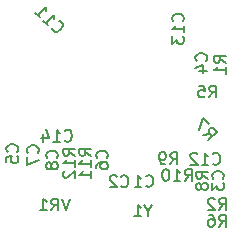
<source format=gbr>
G04 #@! TF.GenerationSoftware,KiCad,Pcbnew,5.1.4-e60b266~84~ubuntu18.04.1*
G04 #@! TF.CreationDate,2019-10-31T20:09:33+08:00*
G04 #@! TF.ProjectId,dap-stm32f103,6461702d-7374-46d3-9332-663130332e6b,rev?*
G04 #@! TF.SameCoordinates,Original*
G04 #@! TF.FileFunction,Legend,Bot*
G04 #@! TF.FilePolarity,Positive*
%FSLAX46Y46*%
G04 Gerber Fmt 4.6, Leading zero omitted, Abs format (unit mm)*
G04 Created by KiCad (PCBNEW 5.1.4-e60b266~84~ubuntu18.04.1) date 2019-10-31 20:09:33*
%MOMM*%
%LPD*%
G04 APERTURE LIST*
%ADD10C,0.150000*%
G04 APERTURE END LIST*
D10*
X122756380Y-87875142D02*
X122280190Y-87541809D01*
X122756380Y-87303714D02*
X121756380Y-87303714D01*
X121756380Y-87684666D01*
X121804000Y-87779904D01*
X121851619Y-87827523D01*
X121946857Y-87875142D01*
X122089714Y-87875142D01*
X122184952Y-87827523D01*
X122232571Y-87779904D01*
X122280190Y-87684666D01*
X122280190Y-87303714D01*
X122756380Y-88827523D02*
X122756380Y-88256095D01*
X122756380Y-88541809D02*
X121756380Y-88541809D01*
X121899238Y-88446571D01*
X121994476Y-88351333D01*
X122042095Y-88256095D01*
X122756380Y-89779904D02*
X122756380Y-89208476D01*
X122756380Y-89494190D02*
X121756380Y-89494190D01*
X121899238Y-89398952D01*
X121994476Y-89303714D01*
X122042095Y-89208476D01*
X133590666Y-92460380D02*
X133924000Y-91984190D01*
X134162095Y-92460380D02*
X134162095Y-91460380D01*
X133781142Y-91460380D01*
X133685904Y-91508000D01*
X133638285Y-91555619D01*
X133590666Y-91650857D01*
X133590666Y-91793714D01*
X133638285Y-91888952D01*
X133685904Y-91936571D01*
X133781142Y-91984190D01*
X134162095Y-91984190D01*
X133209714Y-91555619D02*
X133162095Y-91508000D01*
X133066857Y-91460380D01*
X132828761Y-91460380D01*
X132733523Y-91508000D01*
X132685904Y-91555619D01*
X132638285Y-91650857D01*
X132638285Y-91746095D01*
X132685904Y-91888952D01*
X133257333Y-92460380D01*
X132638285Y-92460380D01*
X127600190Y-92544190D02*
X127600190Y-93020380D01*
X127933523Y-92020380D02*
X127600190Y-92544190D01*
X127266857Y-92020380D01*
X126409714Y-93020380D02*
X126981142Y-93020380D01*
X126695428Y-93020380D02*
X126695428Y-92020380D01*
X126790666Y-92163238D01*
X126885904Y-92258476D01*
X126981142Y-92306095D01*
X120953523Y-91510380D02*
X120620190Y-92510380D01*
X120286857Y-91510380D01*
X119382095Y-92510380D02*
X119715428Y-92034190D01*
X119953523Y-92510380D02*
X119953523Y-91510380D01*
X119572571Y-91510380D01*
X119477333Y-91558000D01*
X119429714Y-91605619D01*
X119382095Y-91700857D01*
X119382095Y-91843714D01*
X119429714Y-91938952D01*
X119477333Y-91986571D01*
X119572571Y-92034190D01*
X119953523Y-92034190D01*
X118429714Y-92510380D02*
X119001142Y-92510380D01*
X118715428Y-92510380D02*
X118715428Y-91510380D01*
X118810666Y-91653238D01*
X118905904Y-91748476D01*
X119001142Y-91796095D01*
X121386380Y-87865142D02*
X120910190Y-87531809D01*
X121386380Y-87293714D02*
X120386380Y-87293714D01*
X120386380Y-87674666D01*
X120434000Y-87769904D01*
X120481619Y-87817523D01*
X120576857Y-87865142D01*
X120719714Y-87865142D01*
X120814952Y-87817523D01*
X120862571Y-87769904D01*
X120910190Y-87674666D01*
X120910190Y-87293714D01*
X121386380Y-88817523D02*
X121386380Y-88246095D01*
X121386380Y-88531809D02*
X120386380Y-88531809D01*
X120529238Y-88436571D01*
X120624476Y-88341333D01*
X120672095Y-88246095D01*
X120481619Y-89198476D02*
X120434000Y-89246095D01*
X120386380Y-89341333D01*
X120386380Y-89579428D01*
X120434000Y-89674666D01*
X120481619Y-89722285D01*
X120576857Y-89769904D01*
X120672095Y-89769904D01*
X120814952Y-89722285D01*
X121386380Y-89150857D01*
X121386380Y-89769904D01*
X130696857Y-90020380D02*
X131030190Y-89544190D01*
X131268285Y-90020380D02*
X131268285Y-89020380D01*
X130887333Y-89020380D01*
X130792095Y-89068000D01*
X130744476Y-89115619D01*
X130696857Y-89210857D01*
X130696857Y-89353714D01*
X130744476Y-89448952D01*
X130792095Y-89496571D01*
X130887333Y-89544190D01*
X131268285Y-89544190D01*
X129744476Y-90020380D02*
X130315904Y-90020380D01*
X130030190Y-90020380D02*
X130030190Y-89020380D01*
X130125428Y-89163238D01*
X130220666Y-89258476D01*
X130315904Y-89306095D01*
X129125428Y-89020380D02*
X129030190Y-89020380D01*
X128934952Y-89068000D01*
X128887333Y-89115619D01*
X128839714Y-89210857D01*
X128792095Y-89401333D01*
X128792095Y-89639428D01*
X128839714Y-89829904D01*
X128887333Y-89925142D01*
X128934952Y-89972761D01*
X129030190Y-90020380D01*
X129125428Y-90020380D01*
X129220666Y-89972761D01*
X129268285Y-89925142D01*
X129315904Y-89829904D01*
X129363523Y-89639428D01*
X129363523Y-89401333D01*
X129315904Y-89210857D01*
X129268285Y-89115619D01*
X129220666Y-89068000D01*
X129125428Y-89020380D01*
X129470666Y-88600380D02*
X129804000Y-88124190D01*
X130042095Y-88600380D02*
X130042095Y-87600380D01*
X129661142Y-87600380D01*
X129565904Y-87648000D01*
X129518285Y-87695619D01*
X129470666Y-87790857D01*
X129470666Y-87933714D01*
X129518285Y-88028952D01*
X129565904Y-88076571D01*
X129661142Y-88124190D01*
X130042095Y-88124190D01*
X128994476Y-88600380D02*
X128804000Y-88600380D01*
X128708761Y-88552761D01*
X128661142Y-88505142D01*
X128565904Y-88362285D01*
X128518285Y-88171809D01*
X128518285Y-87790857D01*
X128565904Y-87695619D01*
X128613523Y-87648000D01*
X128708761Y-87600380D01*
X128899238Y-87600380D01*
X128994476Y-87648000D01*
X129042095Y-87695619D01*
X129089714Y-87790857D01*
X129089714Y-88028952D01*
X129042095Y-88124190D01*
X128994476Y-88171809D01*
X128899238Y-88219428D01*
X128708761Y-88219428D01*
X128613523Y-88171809D01*
X128565904Y-88124190D01*
X128518285Y-88028952D01*
X132656380Y-89811333D02*
X132180190Y-89478000D01*
X132656380Y-89239904D02*
X131656380Y-89239904D01*
X131656380Y-89620857D01*
X131704000Y-89716095D01*
X131751619Y-89763714D01*
X131846857Y-89811333D01*
X131989714Y-89811333D01*
X132084952Y-89763714D01*
X132132571Y-89716095D01*
X132180190Y-89620857D01*
X132180190Y-89239904D01*
X132084952Y-90382761D02*
X132037333Y-90287523D01*
X131989714Y-90239904D01*
X131894476Y-90192285D01*
X131846857Y-90192285D01*
X131751619Y-90239904D01*
X131704000Y-90287523D01*
X131656380Y-90382761D01*
X131656380Y-90573238D01*
X131704000Y-90668476D01*
X131751619Y-90716095D01*
X131846857Y-90763714D01*
X131894476Y-90763714D01*
X131989714Y-90716095D01*
X132037333Y-90668476D01*
X132084952Y-90573238D01*
X132084952Y-90382761D01*
X132132571Y-90287523D01*
X132180190Y-90239904D01*
X132275428Y-90192285D01*
X132465904Y-90192285D01*
X132561142Y-90239904D01*
X132608761Y-90287523D01*
X132656380Y-90382761D01*
X132656380Y-90573238D01*
X132608761Y-90668476D01*
X132561142Y-90716095D01*
X132465904Y-90763714D01*
X132275428Y-90763714D01*
X132180190Y-90716095D01*
X132132571Y-90668476D01*
X132084952Y-90573238D01*
X132261969Y-86135732D02*
X132834389Y-86034717D01*
X132666030Y-86539793D02*
X133373137Y-85832687D01*
X133103763Y-85563312D01*
X133002748Y-85529641D01*
X132935404Y-85529641D01*
X132834389Y-85563312D01*
X132733374Y-85664328D01*
X132699702Y-85765343D01*
X132699702Y-85832687D01*
X132733374Y-85933702D01*
X133002748Y-86203076D01*
X132733374Y-85192923D02*
X132261969Y-84721519D01*
X131857908Y-85731671D01*
X133590666Y-93880380D02*
X133924000Y-93404190D01*
X134162095Y-93880380D02*
X134162095Y-92880380D01*
X133781142Y-92880380D01*
X133685904Y-92928000D01*
X133638285Y-92975619D01*
X133590666Y-93070857D01*
X133590666Y-93213714D01*
X133638285Y-93308952D01*
X133685904Y-93356571D01*
X133781142Y-93404190D01*
X134162095Y-93404190D01*
X132733523Y-92880380D02*
X132924000Y-92880380D01*
X133019238Y-92928000D01*
X133066857Y-92975619D01*
X133162095Y-93118476D01*
X133209714Y-93308952D01*
X133209714Y-93689904D01*
X133162095Y-93785142D01*
X133114476Y-93832761D01*
X133019238Y-93880380D01*
X132828761Y-93880380D01*
X132733523Y-93832761D01*
X132685904Y-93785142D01*
X132638285Y-93689904D01*
X132638285Y-93451809D01*
X132685904Y-93356571D01*
X132733523Y-93308952D01*
X132828761Y-93261333D01*
X133019238Y-93261333D01*
X133114476Y-93308952D01*
X133162095Y-93356571D01*
X133209714Y-93451809D01*
X132760666Y-82940380D02*
X133094000Y-82464190D01*
X133332095Y-82940380D02*
X133332095Y-81940380D01*
X132951142Y-81940380D01*
X132855904Y-81988000D01*
X132808285Y-82035619D01*
X132760666Y-82130857D01*
X132760666Y-82273714D01*
X132808285Y-82368952D01*
X132855904Y-82416571D01*
X132951142Y-82464190D01*
X133332095Y-82464190D01*
X131855904Y-81940380D02*
X132332095Y-81940380D01*
X132379714Y-82416571D01*
X132332095Y-82368952D01*
X132236857Y-82321333D01*
X131998761Y-82321333D01*
X131903523Y-82368952D01*
X131855904Y-82416571D01*
X131808285Y-82511809D01*
X131808285Y-82749904D01*
X131855904Y-82845142D01*
X131903523Y-82892761D01*
X131998761Y-82940380D01*
X132236857Y-82940380D01*
X132332095Y-82892761D01*
X132379714Y-82845142D01*
X134136380Y-79991333D02*
X133660190Y-79658000D01*
X134136380Y-79419904D02*
X133136380Y-79419904D01*
X133136380Y-79800857D01*
X133184000Y-79896095D01*
X133231619Y-79943714D01*
X133326857Y-79991333D01*
X133469714Y-79991333D01*
X133564952Y-79943714D01*
X133612571Y-79896095D01*
X133660190Y-79800857D01*
X133660190Y-79419904D01*
X134136380Y-80943714D02*
X134136380Y-80372285D01*
X134136380Y-80658000D02*
X133136380Y-80658000D01*
X133279238Y-80562761D01*
X133374476Y-80467523D01*
X133422095Y-80372285D01*
X120506857Y-86585142D02*
X120554476Y-86632761D01*
X120697333Y-86680380D01*
X120792571Y-86680380D01*
X120935428Y-86632761D01*
X121030666Y-86537523D01*
X121078285Y-86442285D01*
X121125904Y-86251809D01*
X121125904Y-86108952D01*
X121078285Y-85918476D01*
X121030666Y-85823238D01*
X120935428Y-85728000D01*
X120792571Y-85680380D01*
X120697333Y-85680380D01*
X120554476Y-85728000D01*
X120506857Y-85775619D01*
X119554476Y-86680380D02*
X120125904Y-86680380D01*
X119840190Y-86680380D02*
X119840190Y-85680380D01*
X119935428Y-85823238D01*
X120030666Y-85918476D01*
X120125904Y-85966095D01*
X118697333Y-86013714D02*
X118697333Y-86680380D01*
X118935428Y-85632761D02*
X119173523Y-86347047D01*
X118554476Y-86347047D01*
X130521142Y-76495142D02*
X130568761Y-76447523D01*
X130616380Y-76304666D01*
X130616380Y-76209428D01*
X130568761Y-76066571D01*
X130473523Y-75971333D01*
X130378285Y-75923714D01*
X130187809Y-75876095D01*
X130044952Y-75876095D01*
X129854476Y-75923714D01*
X129759238Y-75971333D01*
X129664000Y-76066571D01*
X129616380Y-76209428D01*
X129616380Y-76304666D01*
X129664000Y-76447523D01*
X129711619Y-76495142D01*
X130616380Y-77447523D02*
X130616380Y-76876095D01*
X130616380Y-77161809D02*
X129616380Y-77161809D01*
X129759238Y-77066571D01*
X129854476Y-76971333D01*
X129902095Y-76876095D01*
X129616380Y-77780857D02*
X129616380Y-78399904D01*
X129997333Y-78066571D01*
X129997333Y-78209428D01*
X130044952Y-78304666D01*
X130092571Y-78352285D01*
X130187809Y-78399904D01*
X130425904Y-78399904D01*
X130521142Y-78352285D01*
X130568761Y-78304666D01*
X130616380Y-78209428D01*
X130616380Y-77923714D01*
X130568761Y-77828476D01*
X130521142Y-77780857D01*
X133066857Y-88545142D02*
X133114476Y-88592761D01*
X133257333Y-88640380D01*
X133352571Y-88640380D01*
X133495428Y-88592761D01*
X133590666Y-88497523D01*
X133638285Y-88402285D01*
X133685904Y-88211809D01*
X133685904Y-88068952D01*
X133638285Y-87878476D01*
X133590666Y-87783238D01*
X133495428Y-87688000D01*
X133352571Y-87640380D01*
X133257333Y-87640380D01*
X133114476Y-87688000D01*
X133066857Y-87735619D01*
X132114476Y-88640380D02*
X132685904Y-88640380D01*
X132400190Y-88640380D02*
X132400190Y-87640380D01*
X132495428Y-87783238D01*
X132590666Y-87878476D01*
X132685904Y-87926095D01*
X131733523Y-87735619D02*
X131685904Y-87688000D01*
X131590666Y-87640380D01*
X131352571Y-87640380D01*
X131257333Y-87688000D01*
X131209714Y-87735619D01*
X131162095Y-87830857D01*
X131162095Y-87926095D01*
X131209714Y-88068952D01*
X131781142Y-88640380D01*
X131162095Y-88640380D01*
X119446030Y-77045106D02*
X119446030Y-77112450D01*
X119513374Y-77247137D01*
X119580717Y-77314480D01*
X119715404Y-77381824D01*
X119850091Y-77381824D01*
X119951106Y-77348152D01*
X120119465Y-77247137D01*
X120220480Y-77146122D01*
X120321496Y-76977763D01*
X120355167Y-76876748D01*
X120355167Y-76742061D01*
X120287824Y-76607374D01*
X120220480Y-76540030D01*
X120085793Y-76472687D01*
X120018450Y-76472687D01*
X118705251Y-76439015D02*
X119109312Y-76843076D01*
X118907282Y-76641045D02*
X119614389Y-75933938D01*
X119580717Y-76102297D01*
X119580717Y-76236984D01*
X119614389Y-76338000D01*
X118031816Y-75765580D02*
X118435877Y-76169641D01*
X118233847Y-75967610D02*
X118940954Y-75260503D01*
X118907282Y-75428862D01*
X118907282Y-75563549D01*
X118940954Y-75664564D01*
X119861142Y-88071333D02*
X119908761Y-88023714D01*
X119956380Y-87880857D01*
X119956380Y-87785619D01*
X119908761Y-87642761D01*
X119813523Y-87547523D01*
X119718285Y-87499904D01*
X119527809Y-87452285D01*
X119384952Y-87452285D01*
X119194476Y-87499904D01*
X119099238Y-87547523D01*
X119004000Y-87642761D01*
X118956380Y-87785619D01*
X118956380Y-87880857D01*
X119004000Y-88023714D01*
X119051619Y-88071333D01*
X119384952Y-88642761D02*
X119337333Y-88547523D01*
X119289714Y-88499904D01*
X119194476Y-88452285D01*
X119146857Y-88452285D01*
X119051619Y-88499904D01*
X119004000Y-88547523D01*
X118956380Y-88642761D01*
X118956380Y-88833238D01*
X119004000Y-88928476D01*
X119051619Y-88976095D01*
X119146857Y-89023714D01*
X119194476Y-89023714D01*
X119289714Y-88976095D01*
X119337333Y-88928476D01*
X119384952Y-88833238D01*
X119384952Y-88642761D01*
X119432571Y-88547523D01*
X119480190Y-88499904D01*
X119575428Y-88452285D01*
X119765904Y-88452285D01*
X119861142Y-88499904D01*
X119908761Y-88547523D01*
X119956380Y-88642761D01*
X119956380Y-88833238D01*
X119908761Y-88928476D01*
X119861142Y-88976095D01*
X119765904Y-89023714D01*
X119575428Y-89023714D01*
X119480190Y-88976095D01*
X119432571Y-88928476D01*
X119384952Y-88833238D01*
X118221142Y-87631333D02*
X118268761Y-87583714D01*
X118316380Y-87440857D01*
X118316380Y-87345619D01*
X118268761Y-87202761D01*
X118173523Y-87107523D01*
X118078285Y-87059904D01*
X117887809Y-87012285D01*
X117744952Y-87012285D01*
X117554476Y-87059904D01*
X117459238Y-87107523D01*
X117364000Y-87202761D01*
X117316380Y-87345619D01*
X117316380Y-87440857D01*
X117364000Y-87583714D01*
X117411619Y-87631333D01*
X117316380Y-87964666D02*
X117316380Y-88631333D01*
X118316380Y-88202761D01*
X124071142Y-88071333D02*
X124118761Y-88023714D01*
X124166380Y-87880857D01*
X124166380Y-87785619D01*
X124118761Y-87642761D01*
X124023523Y-87547523D01*
X123928285Y-87499904D01*
X123737809Y-87452285D01*
X123594952Y-87452285D01*
X123404476Y-87499904D01*
X123309238Y-87547523D01*
X123214000Y-87642761D01*
X123166380Y-87785619D01*
X123166380Y-87880857D01*
X123214000Y-88023714D01*
X123261619Y-88071333D01*
X123166380Y-88928476D02*
X123166380Y-88738000D01*
X123214000Y-88642761D01*
X123261619Y-88595142D01*
X123404476Y-88499904D01*
X123594952Y-88452285D01*
X123975904Y-88452285D01*
X124071142Y-88499904D01*
X124118761Y-88547523D01*
X124166380Y-88642761D01*
X124166380Y-88833238D01*
X124118761Y-88928476D01*
X124071142Y-88976095D01*
X123975904Y-89023714D01*
X123737809Y-89023714D01*
X123642571Y-88976095D01*
X123594952Y-88928476D01*
X123547333Y-88833238D01*
X123547333Y-88642761D01*
X123594952Y-88547523D01*
X123642571Y-88499904D01*
X123737809Y-88452285D01*
X116491142Y-87541333D02*
X116538761Y-87493714D01*
X116586380Y-87350857D01*
X116586380Y-87255619D01*
X116538761Y-87112761D01*
X116443523Y-87017523D01*
X116348285Y-86969904D01*
X116157809Y-86922285D01*
X116014952Y-86922285D01*
X115824476Y-86969904D01*
X115729238Y-87017523D01*
X115634000Y-87112761D01*
X115586380Y-87255619D01*
X115586380Y-87350857D01*
X115634000Y-87493714D01*
X115681619Y-87541333D01*
X115586380Y-88446095D02*
X115586380Y-87969904D01*
X116062571Y-87922285D01*
X116014952Y-87969904D01*
X115967333Y-88065142D01*
X115967333Y-88303238D01*
X116014952Y-88398476D01*
X116062571Y-88446095D01*
X116157809Y-88493714D01*
X116395904Y-88493714D01*
X116491142Y-88446095D01*
X116538761Y-88398476D01*
X116586380Y-88303238D01*
X116586380Y-88065142D01*
X116538761Y-87969904D01*
X116491142Y-87922285D01*
X132491142Y-79841333D02*
X132538761Y-79793714D01*
X132586380Y-79650857D01*
X132586380Y-79555619D01*
X132538761Y-79412761D01*
X132443523Y-79317523D01*
X132348285Y-79269904D01*
X132157809Y-79222285D01*
X132014952Y-79222285D01*
X131824476Y-79269904D01*
X131729238Y-79317523D01*
X131634000Y-79412761D01*
X131586380Y-79555619D01*
X131586380Y-79650857D01*
X131634000Y-79793714D01*
X131681619Y-79841333D01*
X131919714Y-80698476D02*
X132586380Y-80698476D01*
X131538761Y-80460380D02*
X132253047Y-80222285D01*
X132253047Y-80841333D01*
X133911142Y-89821333D02*
X133958761Y-89773714D01*
X134006380Y-89630857D01*
X134006380Y-89535619D01*
X133958761Y-89392761D01*
X133863523Y-89297523D01*
X133768285Y-89249904D01*
X133577809Y-89202285D01*
X133434952Y-89202285D01*
X133244476Y-89249904D01*
X133149238Y-89297523D01*
X133054000Y-89392761D01*
X133006380Y-89535619D01*
X133006380Y-89630857D01*
X133054000Y-89773714D01*
X133101619Y-89821333D01*
X133006380Y-90154666D02*
X133006380Y-90773714D01*
X133387333Y-90440380D01*
X133387333Y-90583238D01*
X133434952Y-90678476D01*
X133482571Y-90726095D01*
X133577809Y-90773714D01*
X133815904Y-90773714D01*
X133911142Y-90726095D01*
X133958761Y-90678476D01*
X134006380Y-90583238D01*
X134006380Y-90297523D01*
X133958761Y-90202285D01*
X133911142Y-90154666D01*
X125290666Y-90455142D02*
X125338285Y-90502761D01*
X125481142Y-90550380D01*
X125576380Y-90550380D01*
X125719238Y-90502761D01*
X125814476Y-90407523D01*
X125862095Y-90312285D01*
X125909714Y-90121809D01*
X125909714Y-89978952D01*
X125862095Y-89788476D01*
X125814476Y-89693238D01*
X125719238Y-89598000D01*
X125576380Y-89550380D01*
X125481142Y-89550380D01*
X125338285Y-89598000D01*
X125290666Y-89645619D01*
X124909714Y-89645619D02*
X124862095Y-89598000D01*
X124766857Y-89550380D01*
X124528761Y-89550380D01*
X124433523Y-89598000D01*
X124385904Y-89645619D01*
X124338285Y-89740857D01*
X124338285Y-89836095D01*
X124385904Y-89978952D01*
X124957333Y-90550380D01*
X124338285Y-90550380D01*
X127400666Y-90435142D02*
X127448285Y-90482761D01*
X127591142Y-90530380D01*
X127686380Y-90530380D01*
X127829238Y-90482761D01*
X127924476Y-90387523D01*
X127972095Y-90292285D01*
X128019714Y-90101809D01*
X128019714Y-89958952D01*
X127972095Y-89768476D01*
X127924476Y-89673238D01*
X127829238Y-89578000D01*
X127686380Y-89530380D01*
X127591142Y-89530380D01*
X127448285Y-89578000D01*
X127400666Y-89625619D01*
X126448285Y-90530380D02*
X127019714Y-90530380D01*
X126734000Y-90530380D02*
X126734000Y-89530380D01*
X126829238Y-89673238D01*
X126924476Y-89768476D01*
X127019714Y-89816095D01*
M02*

</source>
